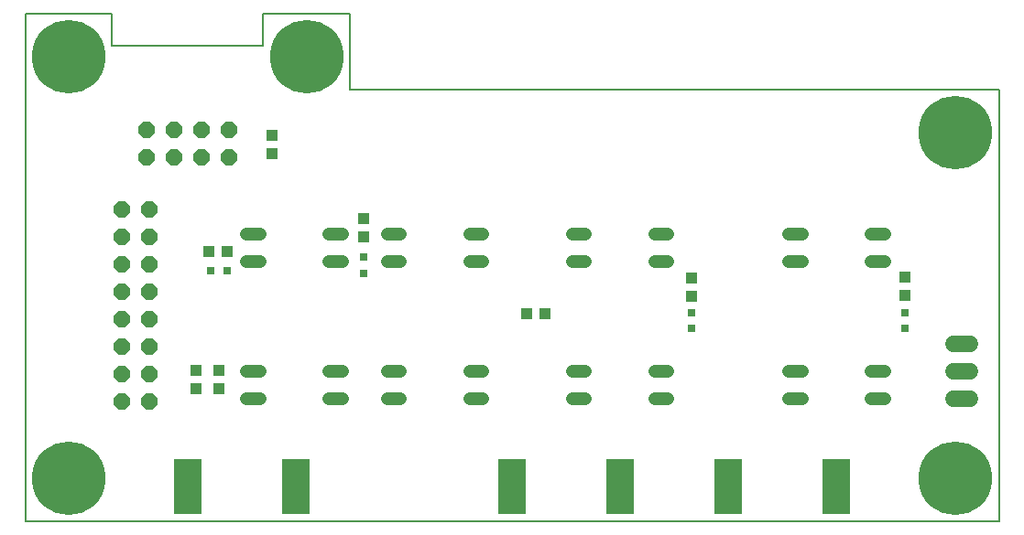
<source format=gts>
G75*
%MOIN*%
%OFA0B0*%
%FSLAX25Y25*%
%IPPOS*%
%LPD*%
%AMOC8*
5,1,8,0,0,1.08239X$1,22.5*
%
%ADD10C,0.00591*%
%ADD11C,0.04800*%
%ADD12C,0.06000*%
%ADD13R,0.04331X0.03937*%
%ADD14R,0.03937X0.04331*%
%ADD15OC8,0.06000*%
%ADD16R,0.10000X0.20000*%
%ADD17R,0.03150X0.03150*%
%ADD18C,0.26772*%
D10*
X0001394Y0001394D02*
X0001394Y0186433D01*
X0032890Y0186433D01*
X0032890Y0174622D01*
X0088008Y0174622D01*
X0088008Y0186433D01*
X0119504Y0186433D01*
X0119504Y0158874D01*
X0355724Y0158874D01*
X0355724Y0001394D01*
X0001394Y0001394D01*
D11*
X0082025Y0046197D02*
X0086825Y0046197D01*
X0086825Y0056197D02*
X0082025Y0056197D01*
X0112025Y0056197D02*
X0116825Y0056197D01*
X0116825Y0046197D02*
X0112025Y0046197D01*
X0133206Y0046197D02*
X0138006Y0046197D01*
X0138006Y0056197D02*
X0133206Y0056197D01*
X0163206Y0056197D02*
X0168006Y0056197D01*
X0168006Y0046197D02*
X0163206Y0046197D01*
X0200529Y0046197D02*
X0205329Y0046197D01*
X0205329Y0056197D02*
X0200529Y0056197D01*
X0230529Y0056197D02*
X0235329Y0056197D01*
X0235329Y0046197D02*
X0230529Y0046197D01*
X0279269Y0046197D02*
X0284069Y0046197D01*
X0284069Y0056197D02*
X0279269Y0056197D01*
X0309269Y0056197D02*
X0314069Y0056197D01*
X0314069Y0046197D02*
X0309269Y0046197D01*
X0309269Y0096197D02*
X0314069Y0096197D01*
X0314069Y0106197D02*
X0309269Y0106197D01*
X0284069Y0106197D02*
X0279269Y0106197D01*
X0279269Y0096197D02*
X0284069Y0096197D01*
X0235329Y0096197D02*
X0230529Y0096197D01*
X0230529Y0106197D02*
X0235329Y0106197D01*
X0205329Y0106197D02*
X0200529Y0106197D01*
X0200529Y0096197D02*
X0205329Y0096197D01*
X0168006Y0096197D02*
X0163206Y0096197D01*
X0163206Y0106197D02*
X0168006Y0106197D01*
X0138006Y0106197D02*
X0133206Y0106197D01*
X0133206Y0096197D02*
X0138006Y0096197D01*
X0116825Y0096197D02*
X0112025Y0096197D01*
X0112025Y0106197D02*
X0116825Y0106197D01*
X0086825Y0106197D02*
X0082025Y0106197D01*
X0082025Y0096197D02*
X0086825Y0096197D01*
D12*
X0339063Y0066276D02*
X0345063Y0066276D01*
X0345063Y0056276D02*
X0339063Y0056276D01*
X0339063Y0046276D02*
X0345063Y0046276D01*
D13*
X0321472Y0083874D03*
X0321472Y0090567D03*
X0243913Y0090173D03*
X0243913Y0083480D03*
X0124622Y0105134D03*
X0124622Y0111827D03*
X0091157Y0135449D03*
X0091157Y0142142D03*
D14*
X0074819Y0099819D03*
X0068126Y0099819D03*
X0071866Y0056315D03*
X0071866Y0049622D03*
X0063598Y0049622D03*
X0063598Y0056315D03*
X0183874Y0076984D03*
X0190567Y0076984D03*
D15*
X0075449Y0134189D03*
X0065449Y0134189D03*
X0055449Y0134189D03*
X0045449Y0134189D03*
X0045449Y0144189D03*
X0055449Y0144189D03*
X0065449Y0144189D03*
X0075449Y0144189D03*
X0046551Y0115134D03*
X0036551Y0115134D03*
X0036551Y0105134D03*
X0046551Y0105134D03*
X0046551Y0095134D03*
X0036551Y0095134D03*
X0036551Y0085134D03*
X0046551Y0085134D03*
X0046551Y0075134D03*
X0036551Y0075134D03*
X0036551Y0065134D03*
X0046551Y0065134D03*
X0046551Y0055134D03*
X0036551Y0055134D03*
X0036551Y0045134D03*
X0046551Y0045134D03*
D16*
X0060449Y0013992D03*
X0099819Y0013992D03*
X0178559Y0013992D03*
X0217929Y0013992D03*
X0257299Y0013992D03*
X0296669Y0013992D03*
D17*
X0321472Y0071669D03*
X0321472Y0077575D03*
X0243913Y0077575D03*
X0243913Y0071669D03*
X0124622Y0091748D03*
X0124622Y0097654D03*
X0074819Y0092732D03*
X0068913Y0092732D03*
D18*
X0017142Y0017142D03*
X0017142Y0170685D03*
X0103756Y0170685D03*
X0339976Y0143126D03*
X0339976Y0017142D03*
M02*

</source>
